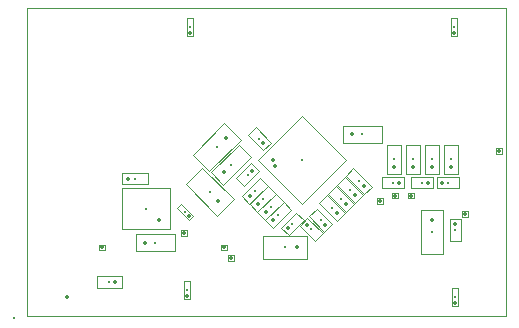
<source format=gbr>
%TF.GenerationSoftware,KiCad,Pcbnew,8.0.7*%
%TF.CreationDate,2025-01-05T20:36:38-05:00*%
%TF.ProjectId,tac5212_audio_board_single_ended,74616335-3231-4325-9f61-7564696f5f62,rev?*%
%TF.SameCoordinates,Original*%
%TF.FileFunction,Component,L1,Top*%
%TF.FilePolarity,Positive*%
%FSLAX46Y46*%
G04 Gerber Fmt 4.6, Leading zero omitted, Abs format (unit mm)*
G04 Created by KiCad (PCBNEW 8.0.7) date 2025-01-05 20:36:38*
%MOMM*%
%LPD*%
G01*
G04 APERTURE LIST*
%TA.AperFunction,ComponentMain*%
%ADD10C,0.300000*%
%TD*%
%TA.AperFunction,ComponentOutline,Courtyard*%
%ADD11C,0.100000*%
%TD*%
%TA.AperFunction,ComponentPin*%
%ADD12P,0.360000X4X0.000000*%
%TD*%
%TA.AperFunction,ComponentPin*%
%ADD13C,0.100000*%
%TD*%
%TA.AperFunction,ComponentOutline,Footprint*%
%ADD14C,0.100000*%
%TD*%
G04 APERTURE END LIST*
D10*
%TO.C,R113*%
%TO.CFtp,R_0402_1005Metric_Pad0.72x0.64mm_HandSolder*%
%TO.CVal,0 Ohm*%
%TO.CLbN,Resistor_SMD*%
%TO.CMnt,SMD*%
%TO.CRot,135*%
X112514563Y-114282672D03*
D11*
X113617649Y-114728149D02*
X112960040Y-115385758D01*
X111411477Y-113837195D01*
X112069086Y-113179586D01*
X113617649Y-114728149D01*
D12*
%TO.P,R113,1*%
X112937059Y-114705168D03*
D13*
%TO.P,R113,2*%
X112092067Y-113860176D03*
%TD*%
D10*
%TO.C,R121*%
%TO.CFtp,R_0402_1005Metric*%
%TO.CVal,2.21k ohm*%
%TO.CLbN,Resistor_SMD*%
%TO.CMnt,SMD*%
%TO.CRot,-45*%
X109977818Y-116868986D03*
D11*
X110960695Y-117194255D02*
X110303087Y-117851863D01*
X108994941Y-116543717D01*
X109652549Y-115886109D01*
X110960695Y-117194255D01*
D12*
%TO.P,R121,1*%
X109617194Y-116508362D03*
D13*
%TO.P,R121,2*%
X110338442Y-117229610D03*
%TD*%
D10*
%TO.C,board_outline108*%
%TO.CFtp,audio_module_board_outline_50x34.5_d1*%
%TO.CVal,board*%
%TO.CLbN,project_fp*%
%TO.CMnt,TH*%
%TO.CRot,0*%
X84832500Y-124405000D03*
D14*
X85947500Y-98145000D02*
X85947500Y-124205000D01*
X126492500Y-124205000D01*
X126492500Y-98145000D01*
X85947500Y-98145000D01*
D12*
%TO.P,board_outline108,1,HELD_HIGH*%
X89337500Y-122600000D03*
D13*
%TO.P,board_outline108,2,HELD_LOW*%
X86797500Y-122600000D03*
%TO.P,board_outline108,3,5V*%
X89337500Y-120060000D03*
%TO.P,board_outline108,4,GNDD*%
X86797500Y-120060000D03*
%TO.P,board_outline108,5,12V*%
X89337500Y-117520000D03*
%TO.P,board_outline108,6,GNDD*%
X86797500Y-117520000D03*
%TO.P,board_outline108,7,DSP_DOUT*%
X89337500Y-114980000D03*
%TO.P,board_outline108,8,GNDD*%
X86797500Y-114980000D03*
%TO.P,board_outline108,9,DSP_DIN*%
X89337500Y-112440000D03*
%TO.P,board_outline108,10,GNDD*%
X86797500Y-112440000D03*
%TO.P,board_outline108,11,BCLK*%
X89337500Y-109900000D03*
%TO.P,board_outline108,12,GNDD*%
X86797500Y-109900000D03*
%TO.P,board_outline108,13,LRCK*%
X89337500Y-107360000D03*
%TO.P,board_outline108,14,GNDD*%
X86797500Y-107360000D03*
%TO.P,board_outline108,15,SDA*%
X89337500Y-104820000D03*
%TO.P,board_outline108,16,GNDD*%
X86797500Y-104820000D03*
%TO.P,board_outline108,17,SCL*%
X89337500Y-102280000D03*
%TO.P,board_outline108,18,GNDD*%
X86797500Y-102280000D03*
%TO.P,board_outline108,19,MCLK*%
X89337500Y-99740000D03*
%TO.P,board_outline108,20,GNDD*%
X86797500Y-99740000D03*
%TO.P,board_outline108,21,OUTP*%
X102047500Y-102285000D03*
%TO.P,board_outline108,22,AGND*%
X102047500Y-99745000D03*
%TO.P,board_outline108,23,OUT1M*%
X104587500Y-102285000D03*
%TO.P,board_outline108,24,AGND*%
X104587500Y-99745000D03*
%TO.P,board_outline108,25,OUT2P*%
X107127500Y-102285000D03*
%TO.P,board_outline108,26,AGND*%
X107127500Y-99745000D03*
%TO.P,board_outline108,27,OUT2M*%
X109667500Y-102285000D03*
%TO.P,board_outline108,28,AGND*%
X109667500Y-99745000D03*
%TO.P,board_outline108,29,IN1P*%
X112207500Y-102285000D03*
%TO.P,board_outline108,30,AGND*%
X112207500Y-99745000D03*
%TO.P,board_outline108,31,IN1M*%
X114747500Y-102285000D03*
%TO.P,board_outline108,32,AGND*%
X114747500Y-99745000D03*
%TO.P,board_outline108,33,IN2P*%
X117287500Y-102285000D03*
%TO.P,board_outline108,34,AGND*%
X117287500Y-99745000D03*
%TO.P,board_outline108,35,IN2M*%
X119827500Y-102285000D03*
%TO.P,board_outline108,36,AGND*%
X119827500Y-99745000D03*
%TO.P,board_outline108,37,SCL*%
X102047500Y-122605000D03*
%TO.P,board_outline108,38,SDA*%
X104587500Y-122605000D03*
%TO.P,board_outline108,39,GNDD*%
X107127500Y-122605000D03*
%TO.P,board_outline108,40,GPIO1*%
X109667500Y-122605000D03*
%TO.P,board_outline108,41,GPIO2*%
X112207500Y-122605000D03*
%TO.P,board_outline108,42,GPO1*%
X114747500Y-122605000D03*
%TO.P,board_outline108,43,GPI1*%
X117287500Y-122605000D03*
%TO.P,board_outline108,44,GNDD*%
X119827500Y-122605000D03*
%TO.P,board_outline108,45,5V*%
X124892500Y-117525000D03*
%TO.P,board_outline108,46,3.3V*%
X124892500Y-114985000D03*
%TO.P,board_outline108,47,GNDD*%
X124892500Y-112445000D03*
%TO.P,board_outline108,48,MIC_BIAS*%
X122352500Y-102285000D03*
%TO.P,board_outline108,49,AGND*%
X96952500Y-99745000D03*
%TO.P,board_outline108,50,AGND*%
X124892500Y-99745000D03*
%TO.P,board_outline108,51,DGND*%
X96952500Y-122605000D03*
%TO.P,board_outline108,52,DGND*%
X124892500Y-122605000D03*
%TD*%
D10*
%TO.C,G110*%
%TO.CFtp,via*%
%TO.CVal,VIA*%
%TO.CLbN,project_fp*%
%TO.CMnt,TH*%
%TO.CRot,0*%
X117100000Y-114000000D03*
D14*
X116850000Y-113750000D02*
X116850000Y-114250000D01*
X117350000Y-114250000D01*
X117350000Y-113750000D01*
X116850000Y-113750000D01*
D12*
%TO.P,G110,1,1*%
X117100000Y-114000000D03*
%TD*%
D10*
%TO.C,ADD108*%
%TO.CFtp,SolderJumper-2_Open_Pad0.5x1.0mm_ADDR*%
%TO.CVal,0x50 | 0xA0*%
%TO.CLbN,project_fp*%
%TO.CMnt,Other*%
%TO.CRot,90*%
X117000000Y-110950000D03*
D11*
X117595000Y-109705000D02*
X117595000Y-112195000D01*
X116405000Y-112195000D01*
X116405000Y-109705000D01*
X117595000Y-109705000D01*
D12*
%TO.P,ADD108,1,1*%
X117000000Y-111600000D03*
D13*
%TO.P,ADD108,2,2*%
X117000000Y-110300000D03*
%TD*%
D10*
%TO.C,R112*%
%TO.CFtp,R_0402_1005Metric_Pad0.72x0.64mm_HandSolder*%
%TO.CVal,0 Ohm*%
%TO.CLbN,Resistor_SMD*%
%TO.CMnt,SMD*%
%TO.CRot,135*%
X113255293Y-113541943D03*
D11*
X114358379Y-113987420D02*
X113700770Y-114645029D01*
X112152207Y-113096466D01*
X112809816Y-112438857D01*
X114358379Y-113987420D01*
D12*
%TO.P,R112,1*%
X113677789Y-113964439D03*
D13*
%TO.P,R112,2*%
X112832797Y-113119447D03*
%TD*%
D10*
%TO.C,C111*%
%TO.CFtp,C_0805_2012Metric_Pad1.18x1.45mm_HandSolder*%
%TO.CVal,10uF*%
%TO.CLbN,project_fp*%
%TO.CMnt,SMD*%
%TO.CRot,180*%
X107780761Y-118400000D03*
D11*
X109655761Y-117425000D02*
X109655761Y-119375000D01*
X105905761Y-119375000D01*
X105905761Y-117425000D01*
X109655761Y-117425000D01*
D12*
%TO.P,C111,1*%
X108818261Y-118400000D03*
D13*
%TO.P,C111,2*%
X106743261Y-118400000D03*
%TD*%
D10*
%TO.C,R114*%
%TO.CFtp,R_0402_1005Metric_Pad0.72x0.64mm_HandSolder*%
%TO.CVal,0 Ohm*%
%TO.CLbN,Resistor_SMD*%
%TO.CMnt,SMD*%
%TO.CRot,135*%
X111735013Y-115062222D03*
D11*
X112838099Y-115507699D02*
X112180490Y-116165308D01*
X110631927Y-114616745D01*
X111289536Y-113959136D01*
X112838099Y-115507699D01*
D12*
%TO.P,R114,1*%
X112157509Y-115484718D03*
D13*
%TO.P,R114,2*%
X111312517Y-114639726D03*
%TD*%
D10*
%TO.C,R115*%
%TO.CFtp,R_0402_1005Metric_Pad0.72x0.64mm_HandSolder*%
%TO.CVal,0 Ohm*%
%TO.CLbN,Resistor_SMD*%
%TO.CMnt,SMD*%
%TO.CRot,45*%
X105867830Y-114286208D03*
D11*
X106970916Y-113840731D02*
X105422353Y-115389294D01*
X104764744Y-114731685D01*
X106313307Y-113183122D01*
X106970916Y-113840731D01*
D12*
%TO.P,R115,1*%
X105445334Y-114708704D03*
D13*
%TO.P,R115,2*%
X106290326Y-113863712D03*
%TD*%
D10*
%TO.C,ADD112*%
%TO.CFtp,SolderJumper-2_Open_Pad0.5x1.0mm_ADDR*%
%TO.CVal,0x51 | 0xA2*%
%TO.CLbN,project_fp*%
%TO.CMnt,Other*%
%TO.CRot,90*%
X118600000Y-110950000D03*
D11*
X119195000Y-109705000D02*
X119195000Y-112195000D01*
X118005000Y-112195000D01*
X118005000Y-109705000D01*
X119195000Y-109705000D01*
D12*
%TO.P,ADD112,1,1*%
X118600000Y-111600000D03*
D13*
%TO.P,ADD112,2,2*%
X118600000Y-110300000D03*
%TD*%
D10*
%TO.C,C109*%
%TO.CFtp,C_0402_1005Metric*%
%TO.CVal,0.1uF*%
%TO.CLbN,Capacitor_SMD*%
%TO.CMnt,SMD*%
%TO.CRot,135*%
X105600000Y-109200000D03*
D11*
X106561664Y-109518198D02*
X105918198Y-110161664D01*
X104638336Y-108881802D01*
X105281802Y-108238336D01*
X106561664Y-109518198D01*
D12*
%TO.P,C109,1*%
X105939411Y-109539411D03*
D13*
%TO.P,C109,2*%
X105260589Y-108860589D03*
%TD*%
D10*
%TO.C,ADD110*%
%TO.CFtp,SolderJumper-2_Open_Pad0.5x1.0mm_ADDR*%
%TO.CVal,0x52 | 0xA4*%
%TO.CLbN,project_fp*%
%TO.CMnt,Other*%
%TO.CRot,90*%
X120200000Y-110950000D03*
D11*
X120795000Y-109705000D02*
X120795000Y-112195000D01*
X119605000Y-112195000D01*
X119605000Y-109705000D01*
X120795000Y-109705000D01*
D12*
%TO.P,ADD110,1,1*%
X120200000Y-111600000D03*
D13*
%TO.P,ADD110,2,2*%
X120200000Y-110300000D03*
%TD*%
D10*
%TO.C,C115*%
%TO.CFtp,C_0805_2012Metric_Pad1.18x1.45mm_HandSolder*%
%TO.CVal,10uF*%
%TO.CLbN,project_fp*%
%TO.CMnt,SMD*%
%TO.CRot,135*%
X101400000Y-113700000D03*
D11*
X103415253Y-114336396D02*
X102036396Y-115715253D01*
X99384747Y-113063604D01*
X100763604Y-111684747D01*
X103415253Y-114336396D01*
D12*
%TO.P,C115,1*%
X102133623Y-114433623D03*
D13*
%TO.P,C115,2*%
X100666377Y-112966377D03*
%TD*%
D10*
%TO.C,G109*%
%TO.CFtp,via*%
%TO.CVal,VIA*%
%TO.CLbN,project_fp*%
%TO.CMnt,TH*%
%TO.CRot,0*%
X99200000Y-117200000D03*
D14*
X98950000Y-116950000D02*
X98950000Y-117450000D01*
X99450000Y-117450000D01*
X99450000Y-116950000D01*
X98950000Y-116950000D01*
D12*
%TO.P,G109,1,1*%
X99200000Y-117200000D03*
%TD*%
D10*
%TO.C,G112*%
%TO.CFtp,via*%
%TO.CVal,VIA*%
%TO.CLbN,project_fp*%
%TO.CMnt,TH*%
%TO.CRot,0*%
X118400000Y-114000000D03*
D14*
X118150000Y-113750000D02*
X118150000Y-114250000D01*
X118650000Y-114250000D01*
X118650000Y-113750000D01*
X118150000Y-113750000D01*
D12*
%TO.P,G112,1,1*%
X118400000Y-114000000D03*
%TD*%
D10*
%TO.C,U108*%
%TO.CFtp,SOT-23-5*%
%TO.CVal,Single Buffer - 74LVC1G125GV\u002C125 - SOT-23-5*%
%TO.CLbN,project_fp*%
%TO.CMnt,SMD*%
%TO.CRot,180*%
X96000000Y-115100000D03*
D11*
X98045000Y-113405000D02*
X98045000Y-116795000D01*
X93955000Y-116795000D01*
X93955000Y-113405000D01*
X98045000Y-113405000D01*
D12*
%TO.P,U108,1,OE*%
X97137500Y-116050000D03*
D13*
%TO.P,U108,2,A*%
X97137500Y-115100000D03*
%TO.P,U108,3,GND*%
X97137500Y-114150000D03*
%TO.P,U108,4,Y*%
X94862500Y-114150000D03*
%TO.P,U108,5,VCC*%
X94862500Y-116050000D03*
%TD*%
D10*
%TO.C,R118*%
%TO.CFtp,R_0402_1005Metric_Pad0.72x0.64mm_HandSolder*%
%TO.CVal,0 Ohm*%
%TO.CLbN,Resistor_SMD*%
%TO.CMnt,SMD*%
%TO.CRot,45*%
X107211333Y-115629711D03*
D11*
X108314419Y-115184234D02*
X106765856Y-116732797D01*
X106108247Y-116075188D01*
X107656810Y-114526625D01*
X108314419Y-115184234D01*
D12*
%TO.P,R118,1*%
X106788837Y-116052207D03*
D13*
%TO.P,R118,2*%
X107633829Y-115207215D03*
%TD*%
D10*
%TO.C,G111*%
%TO.CFtp,via*%
%TO.CVal,VIA*%
%TO.CLbN,project_fp*%
%TO.CMnt,TH*%
%TO.CRot,0*%
X92300000Y-118400000D03*
D14*
X92050000Y-118150000D02*
X92050000Y-118650000D01*
X92550000Y-118650000D01*
X92550000Y-118150000D01*
X92050000Y-118150000D01*
D12*
%TO.P,G111,1,1*%
X92300000Y-118400000D03*
%TD*%
D10*
%TO.C,G113*%
%TO.CFtp,via*%
%TO.CVal,VIA*%
%TO.CLbN,project_fp*%
%TO.CMnt,TH*%
%TO.CRot,0*%
X102600000Y-118400000D03*
D14*
X102350000Y-118150000D02*
X102350000Y-118650000D01*
X102850000Y-118650000D01*
X102850000Y-118150000D01*
X102350000Y-118150000D01*
D12*
%TO.P,G113,1,1*%
X102600000Y-118400000D03*
%TD*%
D10*
%TO.C,R126*%
%TO.CFtp,R_0402_1005Metric*%
%TO.CVal,2.21k ohm*%
%TO.CLbN,Resistor_SMD*%
%TO.CMnt,SMD*%
%TO.CRot,-90*%
X122200000Y-116900000D03*
D11*
X122665000Y-115975000D02*
X122665000Y-117825000D01*
X121735000Y-117825000D01*
X121735000Y-115975000D01*
X122665000Y-115975000D01*
D12*
%TO.P,R126,1*%
X122200000Y-116390000D03*
D13*
%TO.P,R126,2*%
X122200000Y-117410000D03*
%TD*%
D10*
%TO.C,E108*%
%TO.CFtp,jumper_slice*%
%TO.CVal,jumper*%
%TO.CLbN,project_fp*%
%TO.CMnt,SMD*%
%TO.CRot,90*%
X99700000Y-99700000D03*
D14*
X99446000Y-100454000D02*
X99954000Y-100454000D01*
X99954000Y-98946000D01*
X99446000Y-98946000D01*
X99446000Y-100454000D01*
D12*
%TO.P,E108,1,A*%
X99700000Y-100204000D03*
D13*
%TO.P,E108,2,B*%
X99700000Y-99200000D03*
%TD*%
D10*
%TO.C,C118*%
%TO.CFtp,C_0603_1608Metric_Pad1.08x0.95mm_HandSolder*%
%TO.CVal,1uF*%
%TO.CLbN,Capacitor_SMD*%
%TO.CMnt,SMD*%
%TO.CRot,0*%
X114300000Y-108800000D03*
D11*
X115945000Y-108075000D02*
X115945000Y-109525000D01*
X112655000Y-109525000D01*
X112655000Y-108075000D01*
X115945000Y-108075000D01*
D12*
%TO.P,C118,1*%
X113437500Y-108800000D03*
D13*
%TO.P,C118,2*%
X115162500Y-108800000D03*
%TD*%
D10*
%TO.C,C116*%
%TO.CFtp,C_0402_1005Metric*%
%TO.CVal,0.1uF*%
%TO.CLbN,Capacitor_SMD*%
%TO.CMnt,SMD*%
%TO.CRot,-135*%
X104598503Y-112232133D03*
D11*
X105560167Y-111913935D02*
X104280305Y-113193797D01*
X103636839Y-112550331D01*
X104916701Y-111270469D01*
X105560167Y-111913935D01*
D12*
%TO.P,C116,1*%
X104937914Y-111892722D03*
D13*
%TO.P,C116,2*%
X104259092Y-112571544D03*
%TD*%
D10*
%TO.C,C108*%
%TO.CFtp,C_0805_2012Metric_Pad1.18x1.45mm_HandSolder*%
%TO.CVal,10uF*%
%TO.CLbN,project_fp*%
%TO.CMnt,SMD*%
%TO.CRot,-135*%
X102000000Y-109900000D03*
D11*
X104015253Y-109263604D02*
X101363604Y-111915253D01*
X99984747Y-110536396D01*
X102636396Y-107884747D01*
X104015253Y-109263604D01*
D12*
%TO.P,C108,1*%
X102733623Y-109166377D03*
D13*
%TO.P,C108,2*%
X101266377Y-110633623D03*
%TD*%
D10*
%TO.C,D116*%
%TO.CFtp,R_0805_2012Metric_Pad1.20x1.40mm_HandSolder*%
%TO.CVal,RED LED*%
%TO.CLbN,project_fp*%
%TO.CMnt,SMD*%
%TO.CRot,-90*%
X120200000Y-117100000D03*
D11*
X121145000Y-115255000D02*
X121145000Y-118945000D01*
X119255000Y-118945000D01*
X119255000Y-115255000D01*
X121145000Y-115255000D01*
D12*
%TO.P,D116,1,K*%
X120200000Y-116100000D03*
D13*
%TO.P,D116,2,A*%
X120200000Y-118100000D03*
%TD*%
D10*
%TO.C,C112*%
%TO.CFtp,C_0402_1005Metric*%
%TO.CVal,0.1uF*%
%TO.CLbN,Capacitor_SMD*%
%TO.CMnt,SMD*%
%TO.CRot,45*%
X108400000Y-116400000D03*
D11*
X109361664Y-116081802D02*
X108081802Y-117361664D01*
X107438336Y-116718198D01*
X108718198Y-115438336D01*
X109361664Y-116081802D01*
D12*
%TO.P,C112,1*%
X108060589Y-116739411D03*
D13*
%TO.P,C112,2*%
X108739411Y-116060589D03*
%TD*%
D10*
%TO.C,E109*%
%TO.CFtp,jumper_slice*%
%TO.CVal,jumper*%
%TO.CLbN,project_fp*%
%TO.CMnt,SMD*%
%TO.CRot,90*%
X122100000Y-99700000D03*
D14*
X121846000Y-100454000D02*
X122354000Y-100454000D01*
X122354000Y-98946000D01*
X121846000Y-98946000D01*
X121846000Y-100454000D01*
D12*
%TO.P,E109,1,A*%
X122100000Y-100204000D03*
D13*
%TO.P,E109,2,B*%
X122100000Y-99200000D03*
%TD*%
D10*
%TO.C,ADD111*%
%TO.CFtp,SolderJumper-2_Open_Pad0.5x1.0mm_ADDR*%
%TO.CVal,0x53 | 0xA6*%
%TO.CLbN,project_fp*%
%TO.CMnt,Other*%
%TO.CRot,90*%
X121800000Y-110950000D03*
D11*
X122395000Y-109705000D02*
X122395000Y-112195000D01*
X121205000Y-112195000D01*
X121205000Y-109705000D01*
X122395000Y-109705000D01*
D12*
%TO.P,ADD111,1,1*%
X121800000Y-111600000D03*
D13*
%TO.P,ADD111,2,2*%
X121800000Y-110300000D03*
%TD*%
D10*
%TO.C,DOUT108*%
%TO.CFtp,jumper_slice_disconnected_alt-text*%
%TO.CVal,Jump DOUT1*%
%TO.CLbN,project_fp*%
%TO.CMnt,SMD*%
%TO.CRot,135*%
X99300000Y-115400000D03*
D14*
X99653553Y-116112763D02*
X100012763Y-115753553D01*
X98946447Y-114687237D01*
X98587237Y-115046447D01*
X99653553Y-116112763D01*
D12*
%TO.P,DOUT108,1,1*%
X99653553Y-115753553D03*
D13*
%TO.P,DOUT108,2,2*%
X98946447Y-115046447D03*
%TD*%
D10*
%TO.C,R110*%
%TO.CFtp,R_0402_1005Metric_Pad0.72x0.64mm_HandSolder*%
%TO.CVal,0 Ohm*%
%TO.CLbN,Resistor_SMD*%
%TO.CMnt,SMD*%
%TO.CRot,135*%
X113997755Y-112799481D03*
D11*
X115100841Y-113244958D02*
X114443232Y-113902567D01*
X112894669Y-112354004D01*
X113552278Y-111696395D01*
X115100841Y-113244958D01*
D12*
%TO.P,R110,1*%
X114420251Y-113221977D03*
D13*
%TO.P,R110,2*%
X113575259Y-112376985D03*
%TD*%
D10*
%TO.C,5V108*%
%TO.CFtp,jumper_slice_1mm*%
%TO.CVal,jumper*%
%TO.CLbN,project_fp*%
%TO.CMnt,SMD*%
%TO.CRot,180*%
X92900000Y-121300000D03*
D14*
X93954000Y-121800000D02*
X93954000Y-120800000D01*
X91850000Y-120800000D01*
X91850000Y-121800000D01*
X93954000Y-121800000D01*
D12*
%TO.P,5V108,1,A*%
X93404000Y-121300000D03*
D13*
%TO.P,5V108,2,B*%
X92400000Y-121300000D03*
%TD*%
D10*
%TO.C,C128*%
%TO.CFtp,C_0603_1608Metric_Pad1.08x0.95mm_HandSolder*%
%TO.CVal,1uF*%
%TO.CLbN,Capacitor_SMD*%
%TO.CMnt,SMD*%
%TO.CRot,0*%
X96800000Y-118000000D03*
D11*
X98445000Y-117275000D02*
X98445000Y-118725000D01*
X95155000Y-118725000D01*
X95155000Y-117275000D01*
X98445000Y-117275000D01*
D12*
%TO.P,C128,1*%
X95937500Y-118000000D03*
D13*
%TO.P,C128,2*%
X97662500Y-118000000D03*
%TD*%
D10*
%TO.C,R123*%
%TO.CFtp,R_0402_1005Metric*%
%TO.CVal,4.7k*%
%TO.CLbN,Resistor_SMD*%
%TO.CMnt,SMD*%
%TO.CRot,0*%
X121600000Y-112900000D03*
D11*
X122525000Y-112435000D02*
X122525000Y-113365000D01*
X120675000Y-113365000D01*
X120675000Y-112435000D01*
X122525000Y-112435000D01*
D12*
%TO.P,R123,1*%
X121090000Y-112900000D03*
D13*
%TO.P,R123,2*%
X122110000Y-112900000D03*
%TD*%
D10*
%TO.C,C119*%
%TO.CFtp,C_0603_1608Metric_Pad1.08x0.95mm_HandSolder*%
%TO.CVal,1uF*%
%TO.CLbN,Capacitor_SMD*%
%TO.CMnt,SMD*%
%TO.CRot,45*%
X103200000Y-111400000D03*
D11*
X104875842Y-110749462D02*
X102549462Y-113075842D01*
X101524158Y-112050538D01*
X103850538Y-109724158D01*
X104875842Y-110749462D01*
D12*
%TO.P,C119,1*%
X102590120Y-112009880D03*
D13*
%TO.P,C119,2*%
X103809880Y-110790120D03*
%TD*%
D10*
%TO.C,R124*%
%TO.CFtp,R_0402_1005Metric*%
%TO.CVal,4.7k*%
%TO.CLbN,Resistor_SMD*%
%TO.CMnt,SMD*%
%TO.CRot,180*%
X116900000Y-112900000D03*
D11*
X117825000Y-112435000D02*
X117825000Y-113365000D01*
X115975000Y-113365000D01*
X115975000Y-112435000D01*
X117825000Y-112435000D01*
D12*
%TO.P,R124,1*%
X117410000Y-112900000D03*
D13*
%TO.P,R124,2*%
X116390000Y-112900000D03*
%TD*%
D10*
%TO.C,R119*%
%TO.CFtp,R_0402_1005Metric_Pad0.72x0.64mm_HandSolder*%
%TO.CVal,0 Ohm*%
%TO.CLbN,Resistor_SMD*%
%TO.CMnt,SMD*%
%TO.CRot,45*%
X105196079Y-113614456D03*
D11*
X106299165Y-113168979D02*
X104750602Y-114717542D01*
X104092993Y-114059933D01*
X105641556Y-112511370D01*
X106299165Y-113168979D01*
D12*
%TO.P,R119,1*%
X104773583Y-114036952D03*
D13*
%TO.P,R119,2*%
X105618575Y-113191960D03*
%TD*%
D10*
%TO.C,R117*%
%TO.CFtp,R_0402_1005Metric_Pad0.72x0.64mm_HandSolder*%
%TO.CVal,0 Ohm*%
%TO.CLbN,Resistor_SMD*%
%TO.CMnt,SMD*%
%TO.CRot,45*%
X106539582Y-114957959D03*
D11*
X107642668Y-114512482D02*
X106094105Y-116061045D01*
X105436496Y-115403436D01*
X106985059Y-113854873D01*
X107642668Y-114512482D01*
D12*
%TO.P,R117,1*%
X106117086Y-115380455D03*
D13*
%TO.P,R117,2*%
X106962078Y-114535463D03*
%TD*%
D10*
%TO.C,TAC5212*%
%TO.CFtp,VQFN-24-1EP_4x4mm_P0.5mm_EP2.45x2.45mm_ThermalVias*%
%TO.CVal,TAC5212*%
%TO.CLbN,project_fp*%
%TO.CMnt,SMD*%
%TO.CRot,45*%
X109200000Y-111000000D03*
D11*
X112898168Y-111000000D02*
X109200000Y-114698168D01*
X105501832Y-111000000D01*
X109200000Y-107301832D01*
X112898168Y-111000000D01*
D12*
%TO.P,TAC5212,1,DREG*%
X106910742Y-111521491D03*
%TO.P,TAC5212,A1,VSS*%
X106767553Y-111000000D03*
D13*
%TO.P,TAC5212,2,BCLK*%
X107264295Y-111875045D03*
%TO.P,TAC5212,3,FSYNC*%
X107617849Y-112228598D03*
%TO.P,TAC5212,4,DOUT*%
X107971402Y-112582151D03*
%TO.P,TAC5212,5,DIN*%
X108324955Y-112935705D03*
%TO.P,TAC5212,6,IOVDD*%
X108678509Y-113289258D03*
%TO.P,TAC5212,7,SCL*%
X109721491Y-113289258D03*
%TO.P,TAC5212,8,SDA*%
X110075045Y-112935705D03*
%TO.P,TAC5212,9,GPIO1*%
X110428598Y-112582151D03*
%TO.P,TAC5212,10,GPIO2*%
X110782151Y-112228598D03*
%TO.P,TAC5212,11,GPO1*%
X111135705Y-111875045D03*
%TO.P,TAC5212,12,GPI1*%
X111489258Y-111521491D03*
%TO.P,TAC5212,13,ADDR*%
X111489258Y-110478509D03*
%TO.P,TAC5212,14,MICBIAS*%
X111135705Y-110124955D03*
%TO.P,TAC5212,15,IN1P*%
X110782151Y-109771402D03*
%TO.P,TAC5212,16,IN1M*%
X110428598Y-109417849D03*
%TO.P,TAC5212,17,IN2P*%
X110075045Y-109064295D03*
%TO.P,TAC5212,18,IN2M*%
X109721491Y-108710742D03*
%TO.P,TAC5212,19,OUT1M*%
X108678509Y-108710742D03*
%TO.P,TAC5212,20,OUT1P*%
X108324955Y-109064295D03*
%TO.P,TAC5212,21,OUT2P*%
X107971402Y-109417849D03*
%TO.P,TAC5212,22,OUT2M*%
X107617849Y-109771402D03*
%TO.P,TAC5212,23,AVDD*%
X107264295Y-110124955D03*
%TO.P,TAC5212,24,VREF*%
X106910742Y-110478509D03*
%TO.P,TAC5212,25,VSS*%
X108705025Y-111494975D03*
X108705025Y-110505025D03*
X109200000Y-111000000D03*
X109200000Y-111000000D03*
X109694975Y-111494975D03*
X109694975Y-110505025D03*
%TO.P,TAC5212,A2,VSS*%
X109200000Y-113432447D03*
%TO.P,TAC5212,A3,VSS*%
X111632447Y-111000000D03*
%TO.P,TAC5212,A4,VSS*%
X109200000Y-108567553D03*
%TD*%
D10*
%TO.C,G118*%
%TO.CFtp,jumper_slice*%
%TO.CVal,jumper*%
%TO.CLbN,project_fp*%
%TO.CMnt,SMD*%
%TO.CRot,90*%
X122200000Y-122600000D03*
D14*
X121946000Y-123354000D02*
X122454000Y-123354000D01*
X122454000Y-121846000D01*
X121946000Y-121846000D01*
X121946000Y-123354000D01*
D12*
%TO.P,G118,1,A*%
X122200000Y-123104000D03*
D13*
%TO.P,G118,2,B*%
X122200000Y-122100000D03*
%TD*%
D10*
%TO.C,R122*%
%TO.CFtp,R_0402_1005Metric*%
%TO.CVal,22.0k*%
%TO.CLbN,Resistor_SMD*%
%TO.CMnt,SMD*%
%TO.CRot,180*%
X119400000Y-112900000D03*
D11*
X120325000Y-112435000D02*
X120325000Y-113365000D01*
X118475000Y-113365000D01*
X118475000Y-112435000D01*
X120325000Y-112435000D01*
D12*
%TO.P,R122,1*%
X119910000Y-112900000D03*
D13*
%TO.P,R122,2*%
X118890000Y-112900000D03*
%TD*%
D10*
%TO.C,G115*%
%TO.CFtp,via*%
%TO.CVal,VIA*%
%TO.CLbN,project_fp*%
%TO.CMnt,TH*%
%TO.CRot,0*%
X103200000Y-119300000D03*
D14*
X102950000Y-119050000D02*
X102950000Y-119550000D01*
X103450000Y-119550000D01*
X103450000Y-119050000D01*
X102950000Y-119050000D01*
D12*
%TO.P,G115,1,1*%
X103200000Y-119300000D03*
%TD*%
D10*
%TO.C,G114*%
%TO.CFtp,via*%
%TO.CVal,VIA*%
%TO.CLbN,project_fp*%
%TO.CMnt,TH*%
%TO.CRot,0*%
X123000000Y-115600000D03*
D14*
X122750000Y-115350000D02*
X122750000Y-115850000D01*
X123250000Y-115850000D01*
X123250000Y-115350000D01*
X122750000Y-115350000D01*
D12*
%TO.P,G114,1,1*%
X123000000Y-115600000D03*
%TD*%
D10*
%TO.C,R125*%
%TO.CFtp,R_0402_1005Metric_Pad0.72x0.64mm_HandSolder*%
%TO.CVal,49.9 ohm*%
%TO.CLbN,Resistor_SMD*%
%TO.CMnt,SMD*%
%TO.CRot,0*%
X95100000Y-112600000D03*
D11*
X96195000Y-112135000D02*
X96195000Y-113065000D01*
X94005000Y-113065000D01*
X94005000Y-112135000D01*
X96195000Y-112135000D01*
D12*
%TO.P,R125,1*%
X94502500Y-112600000D03*
D13*
%TO.P,R125,2*%
X95697500Y-112600000D03*
%TD*%
D10*
%TO.C,G117*%
%TO.CFtp,jumper_slice*%
%TO.CVal,jumper*%
%TO.CLbN,project_fp*%
%TO.CMnt,SMD*%
%TO.CRot,90*%
X99500000Y-122000000D03*
D14*
X99246000Y-122754000D02*
X99754000Y-122754000D01*
X99754000Y-121246000D01*
X99246000Y-121246000D01*
X99246000Y-122754000D01*
D12*
%TO.P,G117,1,A*%
X99500000Y-122504000D03*
D13*
%TO.P,G117,2,B*%
X99500000Y-121500000D03*
%TD*%
D10*
%TO.C,G116*%
%TO.CFtp,via*%
%TO.CVal,VIA*%
%TO.CLbN,project_fp*%
%TO.CMnt,TH*%
%TO.CRot,0*%
X125900000Y-110200000D03*
D14*
X125650000Y-109950000D02*
X125650000Y-110450000D01*
X126150000Y-110450000D01*
X126150000Y-109950000D01*
X125650000Y-109950000D01*
D12*
%TO.P,G116,1,1*%
X125900000Y-110200000D03*
%TD*%
D10*
%TO.C,G108*%
%TO.CFtp,via*%
%TO.CVal,VIA*%
%TO.CLbN,project_fp*%
%TO.CMnt,TH*%
%TO.CRot,0*%
X115800000Y-114500000D03*
D14*
X115550000Y-114250000D02*
X115550000Y-114750000D01*
X116050000Y-114750000D01*
X116050000Y-114250000D01*
X115550000Y-114250000D01*
D12*
%TO.P,G108,1,1*%
X115800000Y-114500000D03*
%TD*%
D10*
%TO.C,R120*%
%TO.CFtp,R_0402_1005Metric*%
%TO.CVal,2.21k ohm*%
%TO.CLbN,Resistor_SMD*%
%TO.CMnt,SMD*%
%TO.CRot,135*%
X110780761Y-116100000D03*
D11*
X111763638Y-116425269D02*
X111106030Y-117082877D01*
X109797884Y-115774731D01*
X110455492Y-115117123D01*
X111763638Y-116425269D01*
D12*
%TO.P,R120,1*%
X111141385Y-116460624D03*
D13*
%TO.P,R120,2*%
X110420137Y-115739376D03*
%TD*%
M02*

</source>
